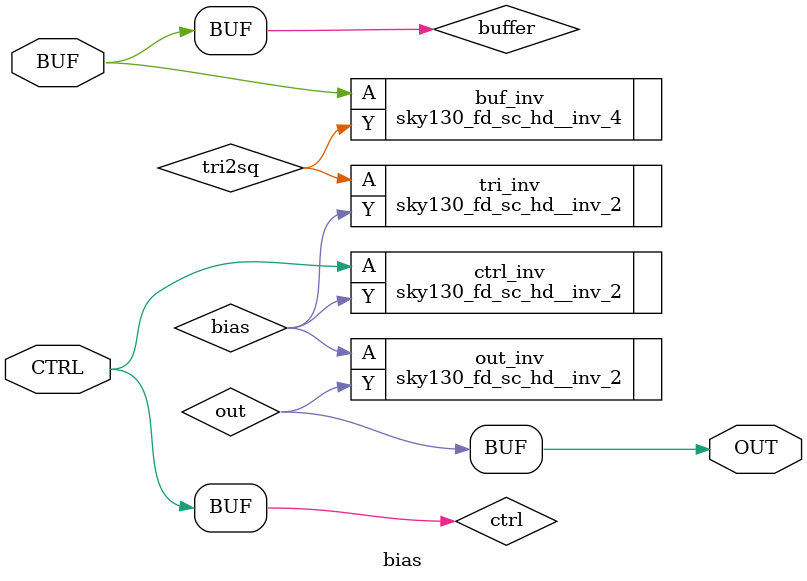
<source format=v>
`timescale 1ns/10ps

module inv_with_delay(input A,output Y);
  `ifdef COCOTB_SIM
  assign #0.02 Y = ~A; // pick a fairly quick delay from the tt_025C_1v80 liberty file
                       // the actualy delay per stage is going to be slower
  `else
  sky130_fd_sc_hd__inv_1 inv(.A(A),.Y(Y));
  `endif
endmodule

module and2_with_delay(input A,input B,output Y);
  `ifdef COCOTB_SIM
  assign #0.05 Y = ~(A & B);
  `else
  sky130_fd_sc_hd__and2_1 and2(.A(A),.B(B),.Y(Y));
  `endif
endmodule

module nand2_with_delay(input A,input B,output Y);
  `ifdef COCOTB_SIM
  assign #0.05 Y = ~(A & B);
  `else
  sky130_fd_sc_hd__nand2_1 nand2(.A(A),.B(B),.Y(Y));
  `endif
endmodule

module ring_osc(input ena,output osc);

  localparam NUM_INVERTERS = 150; //  must be an even number
  
  // setup loop of inverters
  // http://svn.clairexen.net/handicraft/2015/ringosc/ringosc.v
  wire [NUM_INVERTERS-1:0] delay_in, delay_out;
  wire osc_out;
  inv_with_delay idelay [NUM_INVERTERS-1:0] (
        .A(delay_in),
        .Y(delay_out)
    );
  assign delay_in = {delay_out[NUM_INVERTERS-2:0], osc_out};
  nand2_with_delay nand2_with_delay(.A(ena),.B(delay_out[NUM_INVERTERS-1]),.Y(osc_out));
  assign osc = osc_out;
endmodule

module multiple_ring_oscillators#(
    parameter NUM_OSCILLATORS = 5, // Number of oscillators
    parameter OSCILLATOR_LENGTH = 7 // Length for all oscillators
)(
    input ena, 
    output final_osc
);

    // Instantiate multiple ring oscillators with the same specified length
    genvar i;
    generate
        for(i = 0; i < NUM_OSCILLATORS; i=i+1) begin: multiple_ring_osc
            ring_osc #(OSCILLATOR_LENGTH) ro(.ena(ena), .osc(final_osc));
        end
    endgenerate

endmodule

module bias(input BUF, input CTRL, output OUT);
  wire buffer, tri2sq, ctrl, bias, out;

  assign buffer = BUF;
  assign ctrl = CTRL;
  assign out = OUT;

  sky130_fd_sc_hd__inv_2 ctrl_inv(.A(ctrl), .Y(bias));
  sky130_fd_sc_hd__inv_2 out_inv(.A(bias), .Y(out));
  sky130_fd_sc_hd__inv_4 buf_inv(.A(buffer), .Y(tri2sq));
  sky130_fd_sc_hd__inv_2 tri_inv(.A(tri2sq), .Y(bias));

endmodule
</source>
